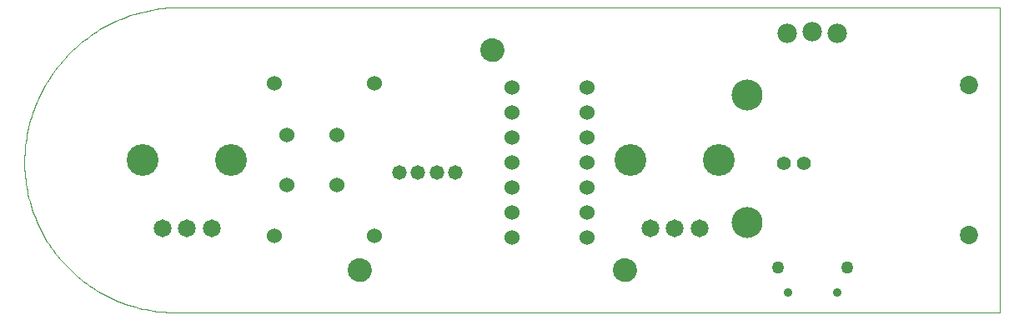
<source format=gts>
G75*
%MOIN*%
%OFA0B0*%
%FSLAX25Y25*%
%IPPOS*%
%LPD*%
%AMOC8*
5,1,8,0,0,1.08239X$1,22.5*
%
%ADD10C,0.00000*%
%ADD11C,0.12400*%
%ADD12C,0.09400*%
%ADD13C,0.06000*%
%ADD14C,0.05556*%
%ADD15C,0.07300*%
%ADD16C,0.07131*%
%ADD17C,0.12668*%
%ADD18C,0.05800*%
%ADD19C,0.03500*%
%ADD20C,0.05000*%
%ADD21C,0.07800*%
D10*
X0067008Y0011800D02*
X0396564Y0011800D01*
X0396564Y0133847D01*
X0069822Y0133847D01*
X0189300Y0116800D02*
X0189302Y0116934D01*
X0189308Y0117068D01*
X0189318Y0117201D01*
X0189332Y0117335D01*
X0189350Y0117468D01*
X0189372Y0117600D01*
X0189397Y0117731D01*
X0189427Y0117862D01*
X0189461Y0117992D01*
X0189498Y0118120D01*
X0189539Y0118248D01*
X0189584Y0118374D01*
X0189633Y0118499D01*
X0189685Y0118622D01*
X0189741Y0118744D01*
X0189801Y0118864D01*
X0189864Y0118982D01*
X0189931Y0119098D01*
X0190001Y0119212D01*
X0190075Y0119324D01*
X0190152Y0119434D01*
X0190232Y0119542D01*
X0190315Y0119647D01*
X0190401Y0119749D01*
X0190490Y0119849D01*
X0190583Y0119946D01*
X0190678Y0120041D01*
X0190776Y0120132D01*
X0190876Y0120221D01*
X0190979Y0120306D01*
X0191085Y0120389D01*
X0191193Y0120468D01*
X0191303Y0120544D01*
X0191416Y0120617D01*
X0191531Y0120686D01*
X0191647Y0120752D01*
X0191766Y0120814D01*
X0191886Y0120873D01*
X0192009Y0120928D01*
X0192132Y0120980D01*
X0192257Y0121027D01*
X0192384Y0121071D01*
X0192512Y0121112D01*
X0192641Y0121148D01*
X0192771Y0121181D01*
X0192902Y0121209D01*
X0193033Y0121234D01*
X0193166Y0121255D01*
X0193299Y0121272D01*
X0193432Y0121285D01*
X0193566Y0121294D01*
X0193700Y0121299D01*
X0193834Y0121300D01*
X0193967Y0121297D01*
X0194101Y0121290D01*
X0194235Y0121279D01*
X0194368Y0121264D01*
X0194501Y0121245D01*
X0194633Y0121222D01*
X0194764Y0121196D01*
X0194894Y0121165D01*
X0195024Y0121130D01*
X0195152Y0121092D01*
X0195279Y0121050D01*
X0195405Y0121004D01*
X0195530Y0120954D01*
X0195653Y0120901D01*
X0195774Y0120844D01*
X0195894Y0120783D01*
X0196011Y0120719D01*
X0196127Y0120652D01*
X0196241Y0120581D01*
X0196352Y0120506D01*
X0196461Y0120429D01*
X0196568Y0120348D01*
X0196673Y0120264D01*
X0196774Y0120177D01*
X0196874Y0120087D01*
X0196970Y0119994D01*
X0197064Y0119898D01*
X0197155Y0119799D01*
X0197242Y0119698D01*
X0197327Y0119594D01*
X0197409Y0119488D01*
X0197487Y0119380D01*
X0197562Y0119269D01*
X0197634Y0119156D01*
X0197703Y0119040D01*
X0197768Y0118923D01*
X0197829Y0118804D01*
X0197887Y0118683D01*
X0197941Y0118561D01*
X0197992Y0118437D01*
X0198039Y0118311D01*
X0198082Y0118184D01*
X0198121Y0118056D01*
X0198157Y0117927D01*
X0198188Y0117797D01*
X0198216Y0117666D01*
X0198240Y0117534D01*
X0198260Y0117401D01*
X0198276Y0117268D01*
X0198288Y0117135D01*
X0198296Y0117001D01*
X0198300Y0116867D01*
X0198300Y0116733D01*
X0198296Y0116599D01*
X0198288Y0116465D01*
X0198276Y0116332D01*
X0198260Y0116199D01*
X0198240Y0116066D01*
X0198216Y0115934D01*
X0198188Y0115803D01*
X0198157Y0115673D01*
X0198121Y0115544D01*
X0198082Y0115416D01*
X0198039Y0115289D01*
X0197992Y0115163D01*
X0197941Y0115039D01*
X0197887Y0114917D01*
X0197829Y0114796D01*
X0197768Y0114677D01*
X0197703Y0114560D01*
X0197634Y0114444D01*
X0197562Y0114331D01*
X0197487Y0114220D01*
X0197409Y0114112D01*
X0197327Y0114006D01*
X0197242Y0113902D01*
X0197155Y0113801D01*
X0197064Y0113702D01*
X0196970Y0113606D01*
X0196874Y0113513D01*
X0196774Y0113423D01*
X0196673Y0113336D01*
X0196568Y0113252D01*
X0196461Y0113171D01*
X0196352Y0113094D01*
X0196241Y0113019D01*
X0196127Y0112948D01*
X0196011Y0112881D01*
X0195894Y0112817D01*
X0195774Y0112756D01*
X0195653Y0112699D01*
X0195530Y0112646D01*
X0195405Y0112596D01*
X0195279Y0112550D01*
X0195152Y0112508D01*
X0195024Y0112470D01*
X0194894Y0112435D01*
X0194764Y0112404D01*
X0194633Y0112378D01*
X0194501Y0112355D01*
X0194368Y0112336D01*
X0194235Y0112321D01*
X0194101Y0112310D01*
X0193967Y0112303D01*
X0193834Y0112300D01*
X0193700Y0112301D01*
X0193566Y0112306D01*
X0193432Y0112315D01*
X0193299Y0112328D01*
X0193166Y0112345D01*
X0193033Y0112366D01*
X0192902Y0112391D01*
X0192771Y0112419D01*
X0192641Y0112452D01*
X0192512Y0112488D01*
X0192384Y0112529D01*
X0192257Y0112573D01*
X0192132Y0112620D01*
X0192009Y0112672D01*
X0191886Y0112727D01*
X0191766Y0112786D01*
X0191647Y0112848D01*
X0191531Y0112914D01*
X0191416Y0112983D01*
X0191303Y0113056D01*
X0191193Y0113132D01*
X0191085Y0113211D01*
X0190979Y0113294D01*
X0190876Y0113379D01*
X0190776Y0113468D01*
X0190678Y0113559D01*
X0190583Y0113654D01*
X0190490Y0113751D01*
X0190401Y0113851D01*
X0190315Y0113953D01*
X0190232Y0114058D01*
X0190152Y0114166D01*
X0190075Y0114276D01*
X0190001Y0114388D01*
X0189931Y0114502D01*
X0189864Y0114618D01*
X0189801Y0114736D01*
X0189741Y0114856D01*
X0189685Y0114978D01*
X0189633Y0115101D01*
X0189584Y0115226D01*
X0189539Y0115352D01*
X0189498Y0115480D01*
X0189461Y0115608D01*
X0189427Y0115738D01*
X0189397Y0115869D01*
X0189372Y0116000D01*
X0189350Y0116132D01*
X0189332Y0116265D01*
X0189318Y0116399D01*
X0189308Y0116532D01*
X0189302Y0116666D01*
X0189300Y0116800D01*
X0069822Y0133848D02*
X0068319Y0133849D01*
X0066816Y0133815D01*
X0065314Y0133744D01*
X0063815Y0133637D01*
X0062319Y0133494D01*
X0060827Y0133314D01*
X0059339Y0133099D01*
X0057857Y0132848D01*
X0056381Y0132561D01*
X0054913Y0132238D01*
X0053454Y0131880D01*
X0052003Y0131487D01*
X0050562Y0131059D01*
X0049132Y0130596D01*
X0047713Y0130099D01*
X0046307Y0129568D01*
X0044914Y0129003D01*
X0043536Y0128404D01*
X0042172Y0127772D01*
X0040823Y0127108D01*
X0039492Y0126411D01*
X0038177Y0125682D01*
X0036880Y0124921D01*
X0035603Y0124130D01*
X0034344Y0123308D01*
X0033106Y0122455D01*
X0031889Y0121573D01*
X0030694Y0120662D01*
X0029521Y0119722D01*
X0028371Y0118754D01*
X0027244Y0117759D01*
X0026142Y0116737D01*
X0025065Y0115688D01*
X0024014Y0114614D01*
X0022989Y0113514D01*
X0021991Y0112390D01*
X0021020Y0111243D01*
X0020078Y0110072D01*
X0019164Y0108878D01*
X0018279Y0107663D01*
X0017423Y0106427D01*
X0016598Y0105171D01*
X0015804Y0103895D01*
X0015040Y0102601D01*
X0014308Y0101288D01*
X0013608Y0099958D01*
X0012940Y0098611D01*
X0012305Y0097249D01*
X0011703Y0095871D01*
X0011134Y0094480D01*
X0010600Y0093075D01*
X0010099Y0091658D01*
X0009633Y0090229D01*
X0009201Y0088789D01*
X0008805Y0087339D01*
X0008443Y0085880D01*
X0008117Y0084413D01*
X0007826Y0082938D01*
X0007572Y0081457D01*
X0007353Y0079970D01*
X0007170Y0078478D01*
X0007023Y0076982D01*
X0006912Y0075483D01*
X0006838Y0073981D01*
X0006799Y0072479D01*
X0006800Y0072479D02*
X0006800Y0072008D01*
X0006818Y0070553D01*
X0006870Y0069099D01*
X0006958Y0067647D01*
X0007081Y0066197D01*
X0007239Y0064751D01*
X0007432Y0063309D01*
X0007659Y0061872D01*
X0007922Y0060440D01*
X0008218Y0059016D01*
X0008550Y0057599D01*
X0008915Y0056191D01*
X0009314Y0054792D01*
X0009747Y0053403D01*
X0010213Y0052024D01*
X0010713Y0050658D01*
X0011245Y0049304D01*
X0011810Y0047963D01*
X0012407Y0046636D01*
X0013036Y0045324D01*
X0013696Y0044028D01*
X0014388Y0042748D01*
X0015111Y0041485D01*
X0015863Y0040240D01*
X0016646Y0039013D01*
X0017458Y0037806D01*
X0018299Y0036619D01*
X0019168Y0035452D01*
X0020065Y0034307D01*
X0020990Y0033183D01*
X0021942Y0032083D01*
X0022920Y0031005D01*
X0023923Y0029952D01*
X0024952Y0028923D01*
X0026005Y0027920D01*
X0027083Y0026942D01*
X0028183Y0025990D01*
X0029307Y0025065D01*
X0030452Y0024168D01*
X0031619Y0023299D01*
X0032806Y0022458D01*
X0034013Y0021646D01*
X0035240Y0020863D01*
X0036485Y0020111D01*
X0037748Y0019388D01*
X0039028Y0018696D01*
X0040324Y0018036D01*
X0041636Y0017407D01*
X0042963Y0016810D01*
X0044304Y0016245D01*
X0045658Y0015713D01*
X0047024Y0015213D01*
X0048403Y0014747D01*
X0049792Y0014314D01*
X0051191Y0013915D01*
X0052599Y0013550D01*
X0054016Y0013218D01*
X0055440Y0012922D01*
X0056872Y0012659D01*
X0058309Y0012432D01*
X0059751Y0012239D01*
X0061197Y0012081D01*
X0062647Y0011958D01*
X0064099Y0011870D01*
X0065553Y0011818D01*
X0067008Y0011800D01*
X0136300Y0028800D02*
X0136302Y0028934D01*
X0136308Y0029068D01*
X0136318Y0029201D01*
X0136332Y0029335D01*
X0136350Y0029468D01*
X0136372Y0029600D01*
X0136397Y0029731D01*
X0136427Y0029862D01*
X0136461Y0029992D01*
X0136498Y0030120D01*
X0136539Y0030248D01*
X0136584Y0030374D01*
X0136633Y0030499D01*
X0136685Y0030622D01*
X0136741Y0030744D01*
X0136801Y0030864D01*
X0136864Y0030982D01*
X0136931Y0031098D01*
X0137001Y0031212D01*
X0137075Y0031324D01*
X0137152Y0031434D01*
X0137232Y0031542D01*
X0137315Y0031647D01*
X0137401Y0031749D01*
X0137490Y0031849D01*
X0137583Y0031946D01*
X0137678Y0032041D01*
X0137776Y0032132D01*
X0137876Y0032221D01*
X0137979Y0032306D01*
X0138085Y0032389D01*
X0138193Y0032468D01*
X0138303Y0032544D01*
X0138416Y0032617D01*
X0138531Y0032686D01*
X0138647Y0032752D01*
X0138766Y0032814D01*
X0138886Y0032873D01*
X0139009Y0032928D01*
X0139132Y0032980D01*
X0139257Y0033027D01*
X0139384Y0033071D01*
X0139512Y0033112D01*
X0139641Y0033148D01*
X0139771Y0033181D01*
X0139902Y0033209D01*
X0140033Y0033234D01*
X0140166Y0033255D01*
X0140299Y0033272D01*
X0140432Y0033285D01*
X0140566Y0033294D01*
X0140700Y0033299D01*
X0140834Y0033300D01*
X0140967Y0033297D01*
X0141101Y0033290D01*
X0141235Y0033279D01*
X0141368Y0033264D01*
X0141501Y0033245D01*
X0141633Y0033222D01*
X0141764Y0033196D01*
X0141894Y0033165D01*
X0142024Y0033130D01*
X0142152Y0033092D01*
X0142279Y0033050D01*
X0142405Y0033004D01*
X0142530Y0032954D01*
X0142653Y0032901D01*
X0142774Y0032844D01*
X0142894Y0032783D01*
X0143011Y0032719D01*
X0143127Y0032652D01*
X0143241Y0032581D01*
X0143352Y0032506D01*
X0143461Y0032429D01*
X0143568Y0032348D01*
X0143673Y0032264D01*
X0143774Y0032177D01*
X0143874Y0032087D01*
X0143970Y0031994D01*
X0144064Y0031898D01*
X0144155Y0031799D01*
X0144242Y0031698D01*
X0144327Y0031594D01*
X0144409Y0031488D01*
X0144487Y0031380D01*
X0144562Y0031269D01*
X0144634Y0031156D01*
X0144703Y0031040D01*
X0144768Y0030923D01*
X0144829Y0030804D01*
X0144887Y0030683D01*
X0144941Y0030561D01*
X0144992Y0030437D01*
X0145039Y0030311D01*
X0145082Y0030184D01*
X0145121Y0030056D01*
X0145157Y0029927D01*
X0145188Y0029797D01*
X0145216Y0029666D01*
X0145240Y0029534D01*
X0145260Y0029401D01*
X0145276Y0029268D01*
X0145288Y0029135D01*
X0145296Y0029001D01*
X0145300Y0028867D01*
X0145300Y0028733D01*
X0145296Y0028599D01*
X0145288Y0028465D01*
X0145276Y0028332D01*
X0145260Y0028199D01*
X0145240Y0028066D01*
X0145216Y0027934D01*
X0145188Y0027803D01*
X0145157Y0027673D01*
X0145121Y0027544D01*
X0145082Y0027416D01*
X0145039Y0027289D01*
X0144992Y0027163D01*
X0144941Y0027039D01*
X0144887Y0026917D01*
X0144829Y0026796D01*
X0144768Y0026677D01*
X0144703Y0026560D01*
X0144634Y0026444D01*
X0144562Y0026331D01*
X0144487Y0026220D01*
X0144409Y0026112D01*
X0144327Y0026006D01*
X0144242Y0025902D01*
X0144155Y0025801D01*
X0144064Y0025702D01*
X0143970Y0025606D01*
X0143874Y0025513D01*
X0143774Y0025423D01*
X0143673Y0025336D01*
X0143568Y0025252D01*
X0143461Y0025171D01*
X0143352Y0025094D01*
X0143241Y0025019D01*
X0143127Y0024948D01*
X0143011Y0024881D01*
X0142894Y0024817D01*
X0142774Y0024756D01*
X0142653Y0024699D01*
X0142530Y0024646D01*
X0142405Y0024596D01*
X0142279Y0024550D01*
X0142152Y0024508D01*
X0142024Y0024470D01*
X0141894Y0024435D01*
X0141764Y0024404D01*
X0141633Y0024378D01*
X0141501Y0024355D01*
X0141368Y0024336D01*
X0141235Y0024321D01*
X0141101Y0024310D01*
X0140967Y0024303D01*
X0140834Y0024300D01*
X0140700Y0024301D01*
X0140566Y0024306D01*
X0140432Y0024315D01*
X0140299Y0024328D01*
X0140166Y0024345D01*
X0140033Y0024366D01*
X0139902Y0024391D01*
X0139771Y0024419D01*
X0139641Y0024452D01*
X0139512Y0024488D01*
X0139384Y0024529D01*
X0139257Y0024573D01*
X0139132Y0024620D01*
X0139009Y0024672D01*
X0138886Y0024727D01*
X0138766Y0024786D01*
X0138647Y0024848D01*
X0138531Y0024914D01*
X0138416Y0024983D01*
X0138303Y0025056D01*
X0138193Y0025132D01*
X0138085Y0025211D01*
X0137979Y0025294D01*
X0137876Y0025379D01*
X0137776Y0025468D01*
X0137678Y0025559D01*
X0137583Y0025654D01*
X0137490Y0025751D01*
X0137401Y0025851D01*
X0137315Y0025953D01*
X0137232Y0026058D01*
X0137152Y0026166D01*
X0137075Y0026276D01*
X0137001Y0026388D01*
X0136931Y0026502D01*
X0136864Y0026618D01*
X0136801Y0026736D01*
X0136741Y0026856D01*
X0136685Y0026978D01*
X0136633Y0027101D01*
X0136584Y0027226D01*
X0136539Y0027352D01*
X0136498Y0027480D01*
X0136461Y0027608D01*
X0136427Y0027738D01*
X0136397Y0027869D01*
X0136372Y0028000D01*
X0136350Y0028132D01*
X0136332Y0028265D01*
X0136318Y0028399D01*
X0136308Y0028532D01*
X0136302Y0028666D01*
X0136300Y0028800D01*
X0242300Y0028800D02*
X0242302Y0028934D01*
X0242308Y0029068D01*
X0242318Y0029201D01*
X0242332Y0029335D01*
X0242350Y0029468D01*
X0242372Y0029600D01*
X0242397Y0029731D01*
X0242427Y0029862D01*
X0242461Y0029992D01*
X0242498Y0030120D01*
X0242539Y0030248D01*
X0242584Y0030374D01*
X0242633Y0030499D01*
X0242685Y0030622D01*
X0242741Y0030744D01*
X0242801Y0030864D01*
X0242864Y0030982D01*
X0242931Y0031098D01*
X0243001Y0031212D01*
X0243075Y0031324D01*
X0243152Y0031434D01*
X0243232Y0031542D01*
X0243315Y0031647D01*
X0243401Y0031749D01*
X0243490Y0031849D01*
X0243583Y0031946D01*
X0243678Y0032041D01*
X0243776Y0032132D01*
X0243876Y0032221D01*
X0243979Y0032306D01*
X0244085Y0032389D01*
X0244193Y0032468D01*
X0244303Y0032544D01*
X0244416Y0032617D01*
X0244531Y0032686D01*
X0244647Y0032752D01*
X0244766Y0032814D01*
X0244886Y0032873D01*
X0245009Y0032928D01*
X0245132Y0032980D01*
X0245257Y0033027D01*
X0245384Y0033071D01*
X0245512Y0033112D01*
X0245641Y0033148D01*
X0245771Y0033181D01*
X0245902Y0033209D01*
X0246033Y0033234D01*
X0246166Y0033255D01*
X0246299Y0033272D01*
X0246432Y0033285D01*
X0246566Y0033294D01*
X0246700Y0033299D01*
X0246834Y0033300D01*
X0246967Y0033297D01*
X0247101Y0033290D01*
X0247235Y0033279D01*
X0247368Y0033264D01*
X0247501Y0033245D01*
X0247633Y0033222D01*
X0247764Y0033196D01*
X0247894Y0033165D01*
X0248024Y0033130D01*
X0248152Y0033092D01*
X0248279Y0033050D01*
X0248405Y0033004D01*
X0248530Y0032954D01*
X0248653Y0032901D01*
X0248774Y0032844D01*
X0248894Y0032783D01*
X0249011Y0032719D01*
X0249127Y0032652D01*
X0249241Y0032581D01*
X0249352Y0032506D01*
X0249461Y0032429D01*
X0249568Y0032348D01*
X0249673Y0032264D01*
X0249774Y0032177D01*
X0249874Y0032087D01*
X0249970Y0031994D01*
X0250064Y0031898D01*
X0250155Y0031799D01*
X0250242Y0031698D01*
X0250327Y0031594D01*
X0250409Y0031488D01*
X0250487Y0031380D01*
X0250562Y0031269D01*
X0250634Y0031156D01*
X0250703Y0031040D01*
X0250768Y0030923D01*
X0250829Y0030804D01*
X0250887Y0030683D01*
X0250941Y0030561D01*
X0250992Y0030437D01*
X0251039Y0030311D01*
X0251082Y0030184D01*
X0251121Y0030056D01*
X0251157Y0029927D01*
X0251188Y0029797D01*
X0251216Y0029666D01*
X0251240Y0029534D01*
X0251260Y0029401D01*
X0251276Y0029268D01*
X0251288Y0029135D01*
X0251296Y0029001D01*
X0251300Y0028867D01*
X0251300Y0028733D01*
X0251296Y0028599D01*
X0251288Y0028465D01*
X0251276Y0028332D01*
X0251260Y0028199D01*
X0251240Y0028066D01*
X0251216Y0027934D01*
X0251188Y0027803D01*
X0251157Y0027673D01*
X0251121Y0027544D01*
X0251082Y0027416D01*
X0251039Y0027289D01*
X0250992Y0027163D01*
X0250941Y0027039D01*
X0250887Y0026917D01*
X0250829Y0026796D01*
X0250768Y0026677D01*
X0250703Y0026560D01*
X0250634Y0026444D01*
X0250562Y0026331D01*
X0250487Y0026220D01*
X0250409Y0026112D01*
X0250327Y0026006D01*
X0250242Y0025902D01*
X0250155Y0025801D01*
X0250064Y0025702D01*
X0249970Y0025606D01*
X0249874Y0025513D01*
X0249774Y0025423D01*
X0249673Y0025336D01*
X0249568Y0025252D01*
X0249461Y0025171D01*
X0249352Y0025094D01*
X0249241Y0025019D01*
X0249127Y0024948D01*
X0249011Y0024881D01*
X0248894Y0024817D01*
X0248774Y0024756D01*
X0248653Y0024699D01*
X0248530Y0024646D01*
X0248405Y0024596D01*
X0248279Y0024550D01*
X0248152Y0024508D01*
X0248024Y0024470D01*
X0247894Y0024435D01*
X0247764Y0024404D01*
X0247633Y0024378D01*
X0247501Y0024355D01*
X0247368Y0024336D01*
X0247235Y0024321D01*
X0247101Y0024310D01*
X0246967Y0024303D01*
X0246834Y0024300D01*
X0246700Y0024301D01*
X0246566Y0024306D01*
X0246432Y0024315D01*
X0246299Y0024328D01*
X0246166Y0024345D01*
X0246033Y0024366D01*
X0245902Y0024391D01*
X0245771Y0024419D01*
X0245641Y0024452D01*
X0245512Y0024488D01*
X0245384Y0024529D01*
X0245257Y0024573D01*
X0245132Y0024620D01*
X0245009Y0024672D01*
X0244886Y0024727D01*
X0244766Y0024786D01*
X0244647Y0024848D01*
X0244531Y0024914D01*
X0244416Y0024983D01*
X0244303Y0025056D01*
X0244193Y0025132D01*
X0244085Y0025211D01*
X0243979Y0025294D01*
X0243876Y0025379D01*
X0243776Y0025468D01*
X0243678Y0025559D01*
X0243583Y0025654D01*
X0243490Y0025751D01*
X0243401Y0025851D01*
X0243315Y0025953D01*
X0243232Y0026058D01*
X0243152Y0026166D01*
X0243075Y0026276D01*
X0243001Y0026388D01*
X0242931Y0026502D01*
X0242864Y0026618D01*
X0242801Y0026736D01*
X0242741Y0026856D01*
X0242685Y0026978D01*
X0242633Y0027101D01*
X0242584Y0027226D01*
X0242539Y0027352D01*
X0242498Y0027480D01*
X0242461Y0027608D01*
X0242427Y0027738D01*
X0242397Y0027869D01*
X0242372Y0028000D01*
X0242350Y0028132D01*
X0242332Y0028265D01*
X0242318Y0028399D01*
X0242308Y0028532D01*
X0242302Y0028666D01*
X0242300Y0028800D01*
D11*
X0295800Y0047800D03*
X0295800Y0098800D03*
D12*
X0193800Y0116800D03*
X0140800Y0028800D03*
X0246800Y0028800D03*
D13*
X0231800Y0041800D03*
X0231800Y0051800D03*
X0231800Y0061800D03*
X0231800Y0071800D03*
X0231800Y0081800D03*
X0231800Y0091800D03*
X0231800Y0101800D03*
X0201800Y0101800D03*
X0201800Y0091800D03*
X0201800Y0081800D03*
X0201800Y0071800D03*
X0201800Y0061800D03*
X0201800Y0051800D03*
X0201800Y0041800D03*
X0146800Y0042300D03*
X0106800Y0042300D03*
X0111800Y0062800D03*
X0131800Y0062800D03*
X0131800Y0082800D03*
X0111800Y0082800D03*
X0106800Y0103300D03*
X0146800Y0103300D03*
D14*
X0310363Y0071300D03*
X0318237Y0071300D03*
D15*
X0384261Y0042824D03*
X0384261Y0102824D03*
D16*
X0276643Y0045265D03*
X0266800Y0045265D03*
X0256957Y0045265D03*
X0081643Y0045265D03*
X0071800Y0045265D03*
X0061957Y0045265D03*
D17*
X0054083Y0072824D03*
X0089517Y0072824D03*
X0249083Y0072824D03*
X0284517Y0072824D03*
D18*
X0179202Y0067824D03*
X0171702Y0067824D03*
X0164202Y0067824D03*
X0156702Y0067824D03*
D19*
X0311957Y0019800D03*
X0331643Y0019800D03*
D20*
X0335580Y0029643D03*
X0308020Y0029643D03*
D21*
X0311800Y0123406D03*
X0321800Y0124194D03*
X0331800Y0123406D03*
M02*

</source>
